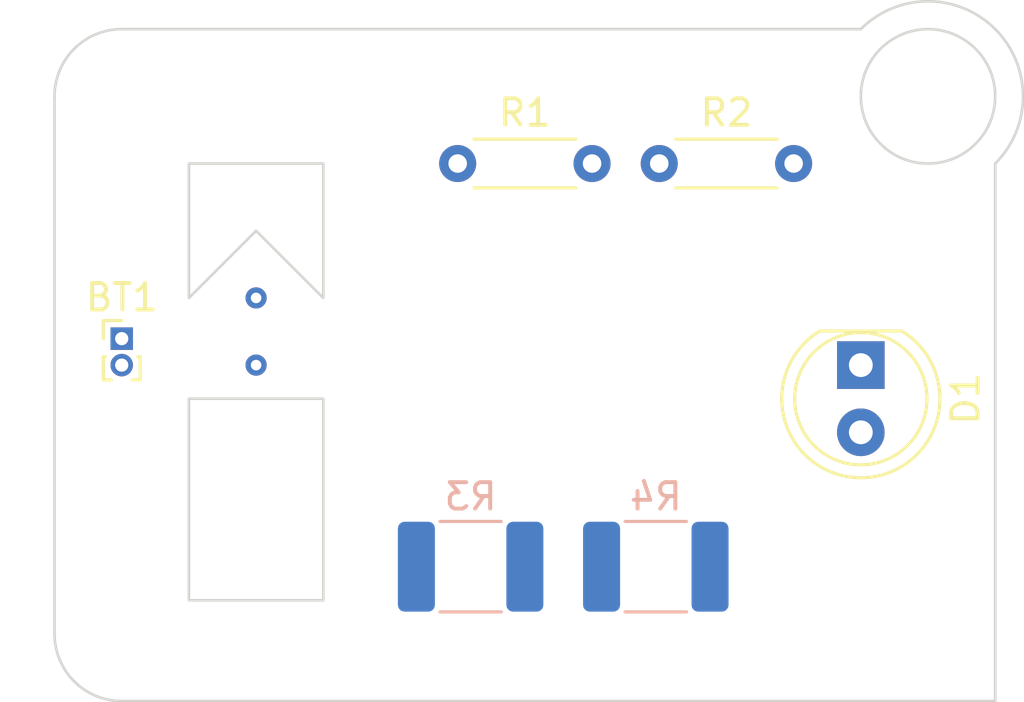
<source format=kicad_pcb>
(kicad_pcb (version 20221018) (generator pcbnew)
  (layers (0 "F.Cu" signal) (31 "B.Cu" signal) (34 "B.Paste" user) (35 "F.Paste" user) (36 "B.SilkS" user "B.Silkscreen") (37 "F.SilkS" user "F.Silkscreen") (38 "B.Mask" user) (39 "F.Mask" user) (44 "Edge.Cuts" user))
  (net 0 "")
  (net 1 "Net-(D1-K)")
  (net 2 "Net-(D1-A)")
  (net 3 "Net-(BT1-+)")
  (net 4 "Net-(R1-Pad2)")
  (net 5 "Net-(BT1--)")
  (net 6 "Net-(R3-Pad2)")
  (footprint "Resistor_THT:R_Axial_DIN0204_L3.6mm_D1.6mm_P5.08mm_Horizontal" (layer "F.Cu") (at 124.46 66.04)
    (fp_text reference "R2" (at 2.54 -1.92) (layer "F.SilkS"))
    (fp_text value "R")
    (fp_line (start 0.62 -0.92) (end 4.46 -0.92) (stroke (width 0.12)) (layer "F.SilkS"))
    (fp_line (start 0.62 0.92) (end 4.46 0.92) (stroke (width 0.12)) (layer "F.SilkS"))
    (pad "1" thru_hole circle (at 0 0) (size 1.4 1.4) (drill 0.7) (layers "*.Cu" "*.Mask") (net 4 "Net-(R1-Pad2)"))
    (pad "2" thru_hole oval (at 5.08 0) (size 1.4 1.4) (drill 0.7) (layers "*.Cu" "*.Mask") (net 2 "Net-(D1-A)"))
  )
  (footprint "LED_THT:LED_D5.0mm" (layer "F.Cu") (at 132.08 73.66 -90)
    (fp_text reference "D1" (at 1.27 -3.96 90) (layer "F.SilkS"))
    (fp_text value "LED")
    (fp_line (start -1.29 -1.545) (end -1.29 1.545) (stroke (width 0.12)) (layer "F.SilkS"))
    (fp_arc (start -1.29 -1.54483) (mid 2.072002 -2.880433) (end 4.26 0.000462) (stroke (width 0.12)) (layer "F.SilkS"))
    (fp_arc (start 4.26 -0.000462) (mid 2.072002 2.880433) (end -1.29 1.54483) (stroke (width 0.12)) (layer "F.SilkS"))
    (fp_circle (center 1.27 0) (end 3.77 0) (stroke (width 0.12)) (fill none) (layer "F.SilkS"))
    (pad "1" thru_hole rect (at 0 0 270) (size 1.8 1.8) (drill 0.9) (layers "*.Cu" "*.Mask") (net 1 "Net-(D1-K)"))
    (pad "2" thru_hole circle (at 2.54 0 270) (size 1.8 1.8) (drill 0.9) (layers "*.Cu" "*.Mask") (net 2 "Net-(D1-A)"))
  )
  (footprint "Resistor_THT:R_Axial_DIN0204_L3.6mm_D1.6mm_P5.08mm_Horizontal" (layer "F.Cu") (at 116.84 66.04)
    (fp_text reference "R1" (at 2.54 -1.92) (layer "F.SilkS"))
    (fp_text value "R")
    (fp_line (start 0.62 -0.92) (end 4.46 -0.92) (stroke (width 0.12)) (layer "F.SilkS"))
    (fp_line (start 0.62 0.92) (end 4.46 0.92) (stroke (width 0.12)) (layer "F.SilkS"))
    (pad "1" thru_hole circle (at 0 0) (size 1.4 1.4) (drill 0.7) (layers "*.Cu" "*.Mask") (net 3 "Net-(BT1-+)"))
    (pad "2" thru_hole oval (at 5.08 0) (size 1.4 1.4) (drill 0.7) (layers "*.Cu" "*.Mask") (net 4 "Net-(R1-Pad2)"))
  )
  (footprint "Connector_PinHeader_1.00mm:PinHeader_1x02_P1.00mm_Vertical" (layer "F.Cu") (at 104.14 72.66)
    (fp_text reference "BT1" (at 0 -1.56) (layer "F.SilkS"))
    (fp_text value "Battery_Cell")
    (fp_line (start -0.695 -0.685) (end 0 -0.685) (stroke (width 0.12)) (layer "F.SilkS"))
    (fp_line (start -0.695 0) (end -0.695 -0.685) (stroke (width 0.12)) (layer "F.SilkS"))
    (fp_line (start -0.695 0.685) (end -0.695 1.56) (stroke (width 0.12)) (layer "F.SilkS"))
    (fp_line (start -0.695 0.685) (end -0.608276 0.685) (stroke (width 0.12)) (layer "F.SilkS"))
    (fp_line (start -0.695 1.56) (end -0.394493 1.56) (stroke (width 0.12)) (layer "F.SilkS"))
    (fp_line (start 0.394493 1.56) (end 0.695 1.56) (stroke (width 0.12)) (layer "F.SilkS"))
    (fp_line (start 0.608276 0.685) (end 0.695 0.685) (stroke (width 0.12)) (layer "F.SilkS"))
    (fp_line (start 0.695 0.685) (end 0.695 1.56) (stroke (width 0.12)) (layer "F.SilkS"))
    (pad "1" thru_hole rect (at 0 0) (size 0.85 0.85) (drill 0.5) (layers "*.Cu" "*.Mask") (net 3 "Net-(BT1-+)"))
    (pad "2" thru_hole oval (at 0 1) (size 0.85 0.85) (drill 0.5) (layers "*.Cu" "*.Mask") (net 5 "Net-(BT1--)"))
  )
  (footprint "Capacitor_SMD:C_1812_4532Metric" (layer "B.Cu") (at 124.33 81.28 180)
    (fp_text reference "R4" (at 0 2.65) (layer "B.SilkS") (effects (justify mirror)))
    (fp_text value "R")
    (fp_line (start -1.161252 -1.71) (end 1.161252 -1.71) (stroke (width 0.12)) (layer "B.SilkS"))
    (fp_line (start -1.161252 1.71) (end 1.161252 1.71) (stroke (width 0.12)) (layer "B.SilkS"))
    (pad "1" smd roundrect (at -2.05 0 180) (size 1.4 3.4) (layers "B.Cu" "B.Paste" "B.Mask") (roundrect_rratio 0.178571) (net 6 "Net-(R3-Pad2)"))
    (pad "2" smd roundrect (at 2.05 0 180) (size 1.4 3.4) (layers "B.Cu" "B.Paste" "B.Mask") (roundrect_rratio 0.178571) (net 1 "Net-(D1-K)"))
  )
  (footprint "Capacitor_SMD:C_1812_4532Metric" (layer "B.Cu") (at 117.33 81.28 180)
    (fp_text reference "R3" (at 0 2.65) (layer "B.SilkS") (effects (justify mirror)))
    (fp_text value "R")
    (fp_line (start -1.161252 -1.71) (end 1.161252 -1.71) (stroke (width 0.12)) (layer "B.SilkS"))
    (fp_line (start -1.161252 1.71) (end 1.161252 1.71) (stroke (width 0.12)) (layer "B.SilkS"))
    (pad "1" smd roundrect (at -2.05 0 180) (size 1.4 3.4) (layers "B.Cu" "B.Paste" "B.Mask") (roundrect_rratio 0.178571) (net 5 "Net-(BT1--)"))
    (pad "2" smd roundrect (at 2.05 0 180) (size 1.4 3.4) (layers "B.Cu" "B.Paste" "B.Mask") (roundrect_rratio 0.178571) (net 6 "Net-(R3-Pad2)"))
  )
  (gr_line (start 101.6 63.5) (end 101.6 83.82) (stroke (width 0.1)) (layer "Edge.Cuts"))
  (gr_rect (start 106.68 74.93) (end 111.76 82.55) (stroke (width 0.1)) (fill none) (layer "Edge.Cuts"))
  (gr_poly (pts (xy 106.68 71.12) (xy 109.22 68.58) (xy 111.76 71.12) (xy 111.76 66.04) (xy 106.68 66.04)) (stroke (width 0.1)) (fill none) (layer "Edge.Cuts"))
  (gr_line (start 137.16 86.36) (end 137.16 66.04) (stroke (width 0.1)) (layer "Edge.Cuts"))
  (gr_line (start 104.14 86.36) (end 137.16 86.36) (stroke (width 0.1)) (layer "Edge.Cuts"))
  (gr_arc (start 132.08 60.96) (mid 137.16 60.96) (end 137.16 66.04) (stroke (width 0.1)) (layer "Edge.Cuts"))
  (gr_arc (start 104.14 86.36) (mid 102.343949 85.616051) (end 101.6 83.82) (stroke (width 0.1)) (layer "Edge.Cuts"))
  (gr_line (start 132.08 60.96) (end 104.14 60.96) (stroke (width 0.1)) (layer "Edge.Cuts"))
  (gr_circle (center 134.62 63.5) (end 134.62 66.04) (stroke (width 0.1)) (fill none) (layer "Edge.Cuts"))
  (gr_arc (start 101.6 63.5) (mid 102.343949 61.703949) (end 104.14 60.96) (stroke (width 0.1)) (layer "Edge.Cuts"))
  (via (at 109.22 73.66) (size 0.8) (drill 0.4) (layers "F.Cu" "B.Cu") (net 0))
  (via (at 109.22 71.12) (size 0.8) (drill 0.4) (layers "F.Cu" "B.Cu") (net 0))
)
</source>
